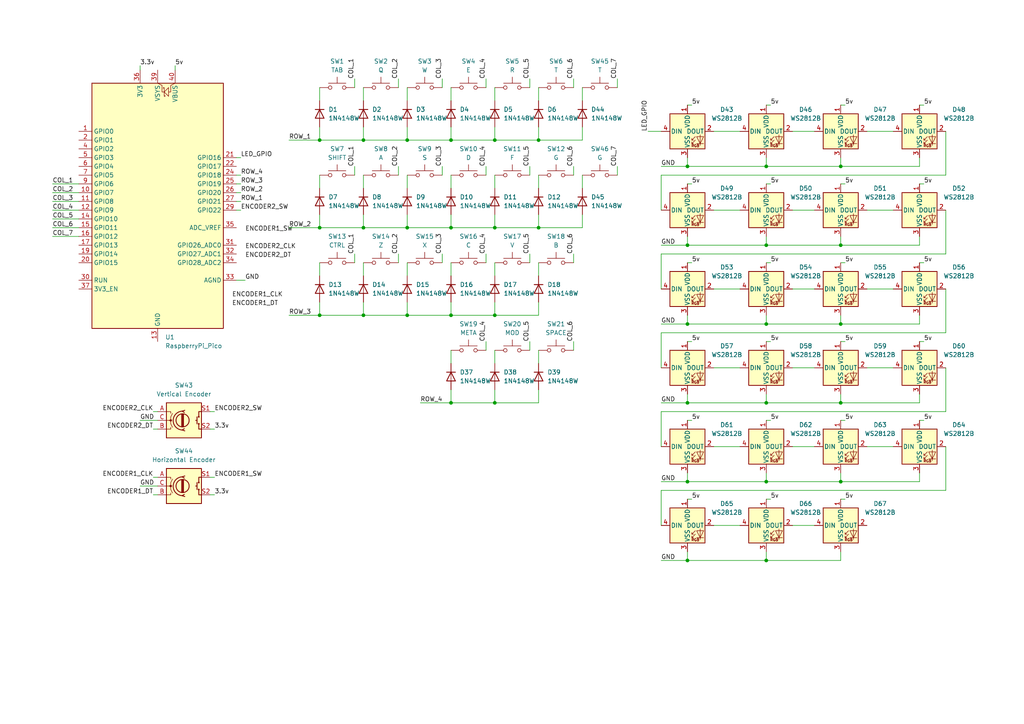
<source format=kicad_sch>
(kicad_sch (version 20231120) (generator "eeschema") (generator_version "8.0")
  (paper "A4")
  (title_block (title "travyboard left"))
  (lib_symbols
    (symbol "Device:RotaryEncoder_Switch" (pin_names (offset 0.254) hide)
      (property "Reference" "SW" (at 0 6.604 0))
      (property "Value" "RotaryEncoder_Switch" (at 0 -6.604 0))
      (symbol "RotaryEncoder_Switch_1_1"
        (pin passive line (at -7.62 2.54 0) (length 2.54) (name "A") (number "A"))
        (pin passive line (at -7.62 -2.54 0) (length 2.54) (name "B") (number "B"))
        (pin passive line (at -7.62 0 0) (length 2.54) (name "C") (number "C"))
        (pin passive line (at 7.62 2.54 180) (length 2.54) (name "S1") (number "S1"))
        (pin passive line (at 7.62 -2.54 180) (length 2.54) (name "S2") (number "S2"))
      )
    )
    (symbol "Diode:1N4148W" (pin_numbers hide) (pin_names hide)
      (property "Reference" "D" (at 0 2.54 0))
      (property "Value" "1N4148W" (at 0 -2.54 0))
      (symbol "1N4148W_1_1"
        (pin passive line (at -3.81 0 0) (length 2.54) (name "K") (number "1"))
        (pin passive line (at 3.81 0 180) (length 2.54) (name "A") (number "2"))
      )
    )
    (symbol "LED:WS2812B" (pin_names (offset 0.254))
      (property "Reference" "D" (at 5.08 5.715 0))
      (property "Value" "WS2812B" (at 1.27 -5.715 0))
      (symbol "WS2812B_0_0"
        (text "RGB" (at 2.286 -4.191 0) (effects (font (size 0.762 0.762))))
      )
      (symbol "WS2812B_1_1"
        (pin power_in line (at 0 7.62 270) (length 2.54) (name "VDD") (number "1"))
        (pin output line (at 7.62 0 180) (length 2.54) (name "DOUT") (number "2"))
        (pin power_in line (at 0 -7.62 90) (length 2.54) (name "VSS") (number "3"))
        (pin input line (at -7.62 0 0) (length 2.54) (name "DIN") (number "4"))
      )
    )
    (symbol "MCU_Module_RaspberryPi_Pico:RaspberryPi_Pico"
      (property "Reference" "U" (at -19.05 38.1 0))
      (property "Value" "RaspberryPi_Pico" (at 7.62 38.1 0))
      (symbol "RaspberryPi_Pico_1_1"
        (pin bidirectional line (at -22.86 22.86 0) (length 3.81) (name "GPIO0") (number "1"))
        (pin bidirectional line (at -22.86 5.08 0) (length 3.81) (name "GPIO7") (number "10"))
        (pin bidirectional line (at -22.86 2.54 0) (length 3.81) (name "GPIO8") (number "11"))
        (pin bidirectional line (at -22.86 0 0) (length 3.81) (name "GPIO9") (number "12"))
        (pin power_out line (at 0 -38.1 90) (length 3.81) (name "GND") (number "13"))
        (pin bidirectional line (at -22.86 -2.54 0) (length 3.81) (name "GPIO10") (number "14"))
        (pin bidirectional line (at -22.86 -5.08 0) (length 3.81) (name "GPIO11") (number "15"))
        (pin bidirectional line (at -22.86 -7.62 0) (length 3.81) (name "GPIO12") (number "16"))
        (pin bidirectional line (at -22.86 -10.16 0) (length 3.81) (name "GPIO13") (number "17"))
        (pin passive line (at 0 -38.1 90) (length 3.81) hide (name "GND") (number "18"))
        (pin bidirectional line (at -22.86 -12.7 0) (length 3.81) (name "GPIO14") (number "19"))
        (pin bidirectional line (at -22.86 20.32 0) (length 3.81) (name "GPIO1") (number "2"))
        (pin bidirectional line (at -22.86 -15.24 0) (length 3.81) (name "GPIO15") (number "20"))
        (pin bidirectional line (at 22.86 15.24 180) (length 3.81) (name "GPIO16") (number "21"))
        (pin bidirectional line (at 22.86 12.7 180) (length 3.81) (name "GPIO17") (number "22"))
        (pin passive line (at 0 -38.1 90) (length 3.81) hide (name "GND") (number "23"))
        (pin bidirectional line (at 22.86 10.16 180) (length 3.81) (name "GPIO18") (number "24"))
        (pin bidirectional line (at 22.86 7.62 180) (length 3.81) (name "GPIO19") (number "25"))
        (pin bidirectional line (at 22.86 5.08 180) (length 3.81) (name "GPIO20") (number "26"))
        (pin bidirectional line (at 22.86 2.54 180) (length 3.81) (name "GPIO21") (number "27"))
        (pin passive line (at 0 -38.1 90) (length 3.81) hide (name "GND") (number "28"))
        (pin bidirectional line (at 22.86 0 180) (length 3.81) (name "GPIO22") (number "29"))
        (pin passive line (at 0 -38.1 90) (length 3.81) hide (name "GND") (number "3"))
        (pin input line (at -22.86 -20.32 0) (length 3.81) (name "RUN") (number "30"))
        (pin bidirectional line (at 22.86 -10.16 180) (length 3.81) (name "GPIO26_ADC0") (number "31"))
        (pin bidirectional line (at 22.86 -12.7 180) (length 3.81) (name "GPIO27_ADC1") (number "32"))
        (pin power_in line (at 22.86 -20.32 180) (length 3.81) (name "AGND") (number "33"))
        (pin bidirectional line (at 22.86 -15.24 180) (length 3.81) (name "GPIO28_ADC2") (number "34"))
        (pin power_in line (at 22.86 -5.08 180) (length 3.81) (name "ADC_VREF") (number "35"))
        (pin power_out line (at -5.08 40.64 270) (length 3.81) (name "3V3") (number "36"))
        (pin input line (at -22.86 -22.86 0) (length 3.81) (name "3V3_EN") (number "37"))
        (pin passive line (at 0 -38.1 90) (length 3.81) hide (name "GND") (number "38"))
        (pin power_in line (at 0 40.64 270) (length 3.81) (name "VSYS") (number "39"))
        (pin bidirectional line (at -22.86 17.78 0) (length 3.81) (name "GPIO2") (number "4"))
        (pin power_out line (at 5.08 40.64 270) (length 3.81) (name "VBUS") (number "40"))
        (pin bidirectional line (at -22.86 15.24 0) (length 3.81) (name "GPIO3") (number "5"))
        (pin bidirectional line (at -22.86 12.7 0) (length 3.81) (name "GPIO4") (number "6"))
        (pin bidirectional line (at -22.86 10.16 0) (length 3.81) (name "GPIO5") (number "7"))
        (pin passive line (at 0 -38.1 90) (length 3.81) hide (name "GND") (number "8"))
        (pin bidirectional line (at -22.86 7.62 0) (length 3.81) (name "GPIO6") (number "9"))
      )
    )
    (symbol "Switch:SW_Push" (pin_numbers hide) (pin_names (offset 1.016) hide)
      (property "Reference" "SW" (at 1.27 2.54 0))
      (property "Value" "SW_Push" (at 0 -1.524 0))
      (symbol "SW_Push_0_1"
        (pin passive line (at -5.08 0 0) (length 2.54) (name "1") (number "1"))
        (pin passive line (at 5.08 0 180) (length 2.54) (name "2") (number "2"))
      )
    )
  )
  (junction (at 222.25 162.56))
  (junction (at 118.11 40.64))
  (junction (at 222.25 48.26))
  (junction (at 143.51 66.04))
  (junction (at 118.11 66.04))
  (junction (at 199.39 162.56))
  (junction (at 105.41 66.04))
  (junction (at 222.25 116.84))
  (junction (at 199.39 93.98))
  (junction (at 130.81 66.04))
  (junction (at 156.21 66.04))
  (junction (at 118.11 91.44))
  (junction (at 92.71 40.64))
  (junction (at 199.39 71.12))
  (junction (at 130.81 40.64))
  (junction (at 243.84 48.26))
  (junction (at 105.41 40.64))
  (junction (at 243.84 71.12))
  (junction (at 222.25 139.7))
  (junction (at 92.71 66.04))
  (junction (at 156.21 40.64))
  (junction (at 92.71 91.44))
  (junction (at 105.41 91.44))
  (junction (at 199.39 116.84))
  (junction (at 222.25 93.98))
  (junction (at 130.81 116.84))
  (junction (at 222.25 71.12))
  (junction (at 243.84 116.84))
  (junction (at 143.51 40.64))
  (junction (at 243.84 139.7))
  (junction (at 130.81 91.44))
  (junction (at 199.39 48.26))
  (junction (at 143.51 116.84))
  (junction (at 243.84 93.98))
  (junction (at 199.39 139.7))
  (junction (at 143.51 91.44))
  (wire (pts (xy 92.71 76.2) (xy 92.71 80.01)))
  (wire (pts (xy 105.41 50.8) (xy 105.41 54.61)))
  (wire (pts (xy 179.07 22.86) (xy 179.07 25.4)))
  (wire (pts (xy 229.87 106.68) (xy 236.22 106.68)))
  (wire (pts (xy 168.91 62.23) (xy 168.91 66.04)))
  (wire (pts (xy 105.41 87.63) (xy 105.41 91.44)))
  (wire (pts (xy 15.24 68.58) (xy 22.86 68.58)))
  (wire (pts (xy 243.84 71.12) (xy 266.7 71.12)))
  (wire (pts (xy 105.41 62.23) (xy 105.41 66.04)))
  (wire (pts (xy 168.91 25.4) (xy 168.91 29.21)))
  (wire (pts (xy 267.97 121.92) (xy 266.7 121.92)))
  (wire (pts (xy 50.8 19.05) (xy 50.8 20.32)))
  (wire (pts (xy 251.46 83.82) (xy 259.08 83.82)))
  (wire (pts (xy 44.45 143.51) (xy 45.72 143.51)))
  (wire (pts (xy 243.84 93.98) (xy 266.7 93.98)))
  (wire (pts (xy 207.01 152.4) (xy 214.63 152.4)))
  (wire (pts (xy 191.77 142.24) (xy 191.77 152.4)))
  (wire (pts (xy 243.84 48.26) (xy 243.84 45.72)))
  (wire (pts (xy 153.67 22.86) (xy 153.67 25.4)))
  (wire (pts (xy 251.46 129.54) (xy 259.08 129.54)))
  (wire (pts (xy 130.81 87.63) (xy 130.81 91.44)))
  (wire (pts (xy 105.41 66.04) (xy 118.11 66.04)))
  (wire (pts (xy 222.25 137.16) (xy 222.25 139.7)))
  (wire (pts (xy 199.39 116.84) (xy 222.25 116.84)))
  (wire (pts (xy 118.11 91.44) (xy 130.81 91.44)))
  (wire (pts (xy 222.25 45.72) (xy 222.25 48.26)))
  (wire (pts (xy 44.45 138.43) (xy 45.72 138.43)))
  (wire (pts (xy 118.11 50.8) (xy 118.11 54.61)))
  (wire (pts (xy 199.39 48.26) (xy 199.39 45.72)))
  (wire (pts (xy 243.84 71.12) (xy 243.84 68.58)))
  (wire (pts (xy 223.52 76.2) (xy 222.25 76.2)))
  (wire (pts (xy 245.11 121.92) (xy 243.84 121.92)))
  (wire (pts (xy 130.81 25.4) (xy 130.81 29.21)))
  (wire (pts (xy 199.39 93.98) (xy 199.39 91.44)))
  (wire (pts (xy 118.11 25.4) (xy 118.11 29.21)))
  (wire (pts (xy 105.41 25.4) (xy 105.41 29.21)))
  (wire (pts (xy 274.32 73.66) (xy 191.77 73.66)))
  (wire (pts (xy 207.01 38.1) (xy 214.63 38.1)))
  (wire (pts (xy 60.96 124.46) (xy 62.23 124.46)))
  (wire (pts (xy 130.81 50.8) (xy 130.81 54.61)))
  (wire (pts (xy 68.58 58.42) (xy 69.85 58.42)))
  (wire (pts (xy 223.52 99.06) (xy 222.25 99.06)))
  (wire (pts (xy 199.39 162.56) (xy 222.25 162.56)))
  (wire (pts (xy 207.01 83.82) (xy 214.63 83.82)))
  (wire (pts (xy 68.58 50.8) (xy 69.85 50.8)))
  (wire (pts (xy 130.81 101.6) (xy 130.81 105.41)))
  (wire (pts (xy 274.32 38.1) (xy 274.32 50.8)))
  (wire (pts (xy 130.81 66.04) (xy 143.51 66.04)))
  (wire (pts (xy 44.45 124.46) (xy 45.72 124.46)))
  (wire (pts (xy 199.39 116.84) (xy 199.39 114.3)))
  (wire (pts (xy 267.97 99.06) (xy 266.7 99.06)))
  (wire (pts (xy 153.67 73.66) (xy 153.67 76.2)))
  (wire (pts (xy 143.51 40.64) (xy 156.21 40.64)))
  (wire (pts (xy 143.51 113.03) (xy 143.51 116.84)))
  (wire (pts (xy 92.71 50.8) (xy 92.71 54.61)))
  (wire (pts (xy 156.21 25.4) (xy 156.21 29.21)))
  (wire (pts (xy 245.11 30.48) (xy 243.84 30.48)))
  (wire (pts (xy 191.77 116.84) (xy 199.39 116.84)))
  (wire (pts (xy 143.51 25.4) (xy 143.51 29.21)))
  (wire (pts (xy 229.87 129.54) (xy 236.22 129.54)))
  (wire (pts (xy 223.52 53.34) (xy 222.25 53.34)))
  (wire (pts (xy 60.96 143.51) (xy 62.23 143.51)))
  (wire (pts (xy 191.77 48.26) (xy 199.39 48.26)))
  (wire (pts (xy 115.57 22.86) (xy 115.57 25.4)))
  (wire (pts (xy 92.71 36.83) (xy 92.71 40.64)))
  (wire (pts (xy 266.7 114.3) (xy 266.7 116.84)))
  (wire (pts (xy 68.58 60.96) (xy 69.85 60.96)))
  (wire (pts (xy 83.82 40.64) (xy 92.71 40.64)))
  (wire (pts (xy 200.66 121.92) (xy 199.39 121.92)))
  (wire (pts (xy 130.81 91.44) (xy 143.51 91.44)))
  (wire (pts (xy 207.01 129.54) (xy 214.63 129.54)))
  (wire (pts (xy 105.41 76.2) (xy 105.41 80.01)))
  (wire (pts (xy 187.96 38.1) (xy 191.77 38.1)))
  (wire (pts (xy 140.97 22.86) (xy 140.97 25.4)))
  (wire (pts (xy 168.91 36.83) (xy 168.91 40.64)))
  (wire (pts (xy 274.32 50.8) (xy 191.77 50.8)))
  (wire (pts (xy 143.51 87.63) (xy 143.51 91.44)))
  (wire (pts (xy 140.97 73.66) (xy 140.97 76.2)))
  (wire (pts (xy 92.71 87.63) (xy 92.71 91.44)))
  (wire (pts (xy 68.58 45.72) (xy 69.85 45.72)))
  (wire (pts (xy 222.25 91.44) (xy 222.25 93.98)))
  (wire (pts (xy 156.21 116.84) (xy 156.21 113.03)))
  (wire (pts (xy 191.77 50.8) (xy 191.77 60.96)))
  (wire (pts (xy 118.11 76.2) (xy 118.11 80.01)))
  (wire (pts (xy 118.11 36.83) (xy 118.11 40.64)))
  (wire (pts (xy 156.21 50.8) (xy 156.21 54.61)))
  (wire (pts (xy 143.51 66.04) (xy 156.21 66.04)))
  (wire (pts (xy 199.39 139.7) (xy 199.39 137.16)))
  (wire (pts (xy 156.21 101.6) (xy 156.21 105.41)))
  (wire (pts (xy 68.58 81.28) (xy 71.12 81.28)))
  (wire (pts (xy 40.64 140.97) (xy 45.72 140.97)))
  (wire (pts (xy 92.71 66.04) (xy 105.41 66.04)))
  (wire (pts (xy 199.39 139.7) (xy 222.25 139.7)))
  (wire (pts (xy 223.52 121.92) (xy 222.25 121.92)))
  (wire (pts (xy 222.25 48.26) (xy 243.84 48.26)))
  (wire (pts (xy 68.58 53.34) (xy 69.85 53.34)))
  (wire (pts (xy 118.11 87.63) (xy 118.11 91.44)))
  (wire (pts (xy 229.87 60.96) (xy 236.22 60.96)))
  (wire (pts (xy 191.77 139.7) (xy 199.39 139.7)))
  (wire (pts (xy 222.25 114.3) (xy 222.25 116.84)))
  (wire (pts (xy 40.64 121.92) (xy 45.72 121.92)))
  (wire (pts (xy 15.24 63.5) (xy 22.86 63.5)))
  (wire (pts (xy 274.32 106.68) (xy 274.32 119.38)))
  (wire (pts (xy 15.24 66.04) (xy 22.86 66.04)))
  (wire (pts (xy 245.11 76.2) (xy 243.84 76.2)))
  (wire (pts (xy 153.67 99.06) (xy 153.67 101.6)))
  (wire (pts (xy 143.51 50.8) (xy 143.51 54.61)))
  (wire (pts (xy 199.39 162.56) (xy 199.39 160.02)))
  (wire (pts (xy 156.21 62.23) (xy 156.21 66.04)))
  (wire (pts (xy 191.77 96.52) (xy 191.77 106.68)))
  (wire (pts (xy 251.46 38.1) (xy 259.08 38.1)))
  (wire (pts (xy 274.32 129.54) (xy 274.32 142.24)))
  (wire (pts (xy 245.11 99.06) (xy 243.84 99.06)))
  (wire (pts (xy 115.57 73.66) (xy 115.57 76.2)))
  (wire (pts (xy 143.51 116.84) (xy 156.21 116.84)))
  (wire (pts (xy 15.24 55.88) (xy 22.86 55.88)))
  (wire (pts (xy 156.21 36.83) (xy 156.21 40.64)))
  (wire (pts (xy 266.7 137.16) (xy 266.7 139.7)))
  (wire (pts (xy 274.32 119.38) (xy 191.77 119.38)))
  (wire (pts (xy 156.21 40.64) (xy 168.91 40.64)))
  (wire (pts (xy 245.11 53.34) (xy 243.84 53.34)))
  (wire (pts (xy 68.58 55.88) (xy 69.85 55.88)))
  (wire (pts (xy 222.25 160.02) (xy 222.25 162.56)))
  (wire (pts (xy 243.84 139.7) (xy 243.84 137.16)))
  (wire (pts (xy 243.84 116.84) (xy 266.7 116.84)))
  (wire (pts (xy 92.71 91.44) (xy 105.41 91.44)))
  (wire (pts (xy 274.32 96.52) (xy 191.77 96.52)))
  (wire (pts (xy 223.52 30.48) (xy 222.25 30.48)))
  (wire (pts (xy 105.41 40.64) (xy 118.11 40.64)))
  (wire (pts (xy 128.27 73.66) (xy 128.27 76.2)))
  (wire (pts (xy 200.66 76.2) (xy 199.39 76.2)))
  (wire (pts (xy 102.87 48.26) (xy 102.87 50.8)))
  (wire (pts (xy 266.7 91.44) (xy 266.7 93.98)))
  (wire (pts (xy 83.82 66.04) (xy 92.71 66.04)))
  (wire (pts (xy 143.51 101.6) (xy 143.51 105.41)))
  (wire (pts (xy 168.91 50.8) (xy 168.91 54.61)))
  (wire (pts (xy 92.71 62.23) (xy 92.71 66.04)))
  (wire (pts (xy 130.81 36.83) (xy 130.81 40.64)))
  (wire (pts (xy 191.77 71.12) (xy 199.39 71.12)))
  (wire (pts (xy 207.01 60.96) (xy 214.63 60.96)))
  (wire (pts (xy 200.66 144.78) (xy 199.39 144.78)))
  (wire (pts (xy 128.27 48.26) (xy 128.27 50.8)))
  (wire (pts (xy 251.46 60.96) (xy 259.08 60.96)))
  (wire (pts (xy 15.24 58.42) (xy 22.86 58.42)))
  (wire (pts (xy 128.27 22.86) (xy 128.27 25.4)))
  (wire (pts (xy 199.39 48.26) (xy 222.25 48.26)))
  (wire (pts (xy 115.57 48.26) (xy 115.57 50.8)))
  (wire (pts (xy 191.77 162.56) (xy 199.39 162.56)))
  (wire (pts (xy 274.32 83.82) (xy 274.32 96.52)))
  (wire (pts (xy 191.77 73.66) (xy 191.77 83.82)))
  (wire (pts (xy 179.07 48.26) (xy 179.07 50.8)))
  (wire (pts (xy 229.87 38.1) (xy 236.22 38.1)))
  (wire (pts (xy 243.84 162.56) (xy 243.84 160.02)))
  (wire (pts (xy 83.82 91.44) (xy 92.71 91.44)))
  (wire (pts (xy 222.25 139.7) (xy 243.84 139.7)))
  (wire (pts (xy 222.25 68.58) (xy 222.25 71.12)))
  (wire (pts (xy 15.24 60.96) (xy 22.86 60.96)))
  (wire (pts (xy 166.37 73.66) (xy 166.37 76.2)))
  (wire (pts (xy 60.96 119.38) (xy 62.23 119.38)))
  (wire (pts (xy 105.41 91.44) (xy 118.11 91.44)))
  (wire (pts (xy 199.39 71.12) (xy 199.39 68.58)))
  (wire (pts (xy 243.84 139.7) (xy 266.7 139.7)))
  (wire (pts (xy 191.77 119.38) (xy 191.77 129.54)))
  (wire (pts (xy 153.67 48.26) (xy 153.67 50.8)))
  (wire (pts (xy 156.21 66.04) (xy 168.91 66.04)))
  (wire (pts (xy 274.32 60.96) (xy 274.32 73.66)))
  (wire (pts (xy 266.7 45.72) (xy 266.7 48.26)))
  (wire (pts (xy 200.66 99.06) (xy 199.39 99.06)))
  (wire (pts (xy 140.97 99.06) (xy 140.97 101.6)))
  (wire (pts (xy 243.84 116.84) (xy 243.84 114.3)))
  (wire (pts (xy 267.97 30.48) (xy 266.7 30.48)))
  (wire (pts (xy 207.01 106.68) (xy 214.63 106.68)))
  (wire (pts (xy 102.87 22.86) (xy 102.87 25.4)))
  (wire (pts (xy 229.87 83.82) (xy 236.22 83.82)))
  (wire (pts (xy 143.51 76.2) (xy 143.51 80.01)))
  (wire (pts (xy 222.25 71.12) (xy 243.84 71.12)))
  (wire (pts (xy 229.87 152.4) (xy 236.22 152.4)))
  (wire (pts (xy 191.77 93.98) (xy 199.39 93.98)))
  (wire (pts (xy 105.41 36.83) (xy 105.41 40.64)))
  (wire (pts (xy 251.46 106.68) (xy 259.08 106.68)))
  (wire (pts (xy 200.66 53.34) (xy 199.39 53.34)))
  (wire (pts (xy 60.96 138.43) (xy 62.23 138.43)))
  (wire (pts (xy 274.32 142.24) (xy 191.77 142.24)))
  (wire (pts (xy 143.51 91.44) (xy 156.21 91.44)))
  (wire (pts (xy 199.39 93.98) (xy 222.25 93.98)))
  (wire (pts (xy 130.81 40.64) (xy 143.51 40.64)))
  (wire (pts (xy 243.84 93.98) (xy 243.84 91.44)))
  (wire (pts (xy 199.39 71.12) (xy 222.25 71.12)))
  (wire (pts (xy 143.51 62.23) (xy 143.51 66.04)))
  (wire (pts (xy 102.87 73.66) (xy 102.87 76.2)))
  (wire (pts (xy 245.11 144.78) (xy 243.84 144.78)))
  (wire (pts (xy 92.71 25.4) (xy 92.71 29.21)))
  (wire (pts (xy 166.37 22.86) (xy 166.37 25.4)))
  (wire (pts (xy 121.92 116.84) (xy 130.81 116.84)))
  (wire (pts (xy 130.81 116.84) (xy 143.51 116.84)))
  (wire (pts (xy 222.25 116.84) (xy 243.84 116.84)))
  (wire (pts (xy 130.81 113.03) (xy 130.81 116.84)))
  (wire (pts (xy 15.24 53.34) (xy 22.86 53.34)))
  (wire (pts (xy 266.7 68.58) (xy 266.7 71.12)))
  (wire (pts (xy 200.66 30.48) (xy 199.39 30.48)))
  (wire (pts (xy 118.11 62.23) (xy 118.11 66.04)))
  (wire (pts (xy 40.64 19.05) (xy 40.64 20.32)))
  (wire (pts (xy 130.81 76.2) (xy 130.81 80.01)))
  (wire (pts (xy 166.37 48.26) (xy 166.37 50.8)))
  (wire (pts (xy 222.25 162.56) (xy 243.84 162.56)))
  (wire (pts (xy 222.25 93.98) (xy 243.84 93.98)))
  (wire (pts (xy 267.97 53.34) (xy 266.7 53.34)))
  (wire (pts (xy 140.97 48.26) (xy 140.97 50.8)))
  (wire (pts (xy 118.11 40.64) (xy 130.81 40.64)))
  (wire (pts (xy 156.21 76.2) (xy 156.21 80.01)))
  (wire (pts (xy 243.84 48.26) (xy 266.7 48.26)))
  (wire (pts (xy 92.71 40.64) (xy 105.41 40.64)))
  (wire (pts (xy 130.81 62.23) (xy 130.81 66.04)))
  (wire (pts (xy 156.21 87.63) (xy 156.21 91.44)))
  (wire (pts (xy 44.45 119.38) (xy 45.72 119.38)))
  (wire (pts (xy 118.11 66.04) (xy 130.81 66.04)))
  (wire (pts (xy 143.51 36.83) (xy 143.51 40.64)))
  (wire (pts (xy 267.97 76.2) (xy 266.7 76.2)))
  (wire (pts (xy 223.52 144.78) (xy 222.25 144.78)))
  (wire (pts (xy 166.37 99.06) (xy 166.37 101.6)))
  (label "COL_4" (at 140.97 99.06 90))
  (label "5v" (at 245.11 53.34 0))
  (label "ROW_1" (at 69.85 58.42 0))
  (label "COL_1" (at 15.24 53.34 0))
  (label "ROW_3" (at 69.85 53.34 0))
  (label "ENCODER1_SW" (at 71.12 67.31 0))
  (label "COL_2" (at 15.24 55.88 0))
  (label "3.3v" (at 62.23 143.51 0))
  (label "3.3v" (at 62.23 124.46 0))
  (label "COL_2" (at 115.57 48.26 90))
  (label "GND" (at 40.64 140.97 0))
  (label "ENCODER2_CLK" (at 71.12 72.39 0))
  (label "5v" (at 245.11 144.78 0))
  (label "GND" (at 191.77 116.84 0))
  (label "ENCODER1_DT" (at 44.45 143.51 180))
  (label "ENCODER1_CLK" (at 67.31 86.36 0))
  (label "GND" (at 191.77 48.26 0))
  (label "COL_7" (at 179.07 48.26 90))
  (label "COL_5" (at 153.67 73.66 90))
  (label "COL_1" (at 102.87 48.26 90))
  (label "5v" (at 200.66 121.92 0))
  (label "GND" (at 191.77 162.56 0))
  (label "ENCODER2_DT" (at 44.45 124.46 180))
  (label "COL_4" (at 140.97 73.66 90))
  (label "COL_2" (at 115.57 22.86 90))
  (label "5v" (at 223.52 30.48 0))
  (label "COL_6" (at 15.24 66.04 0))
  (label "ENCODER1_DT" (at 67.31 88.9 0))
  (label "COL_6" (at 166.37 22.86 90))
  (label "GND" (at 191.77 139.7 0))
  (label "ROW_1" (at 83.82 40.64 0))
  (label "5v" (at 245.11 99.06 0))
  (label "5v" (at 267.97 53.34 0))
  (label "ROW_4" (at 69.85 50.8 0))
  (label "5v" (at 200.66 99.06 0))
  (label "ROW_2" (at 83.82 66.04 0))
  (label "COL_5" (at 153.67 99.06 90))
  (label "COL_3" (at 128.27 48.26 90))
  (label "5v" (at 200.66 53.34 0))
  (label "COL_6" (at 166.37 73.66 90))
  (label "COL_3" (at 15.24 58.42 0))
  (label "5v" (at 245.11 121.92 0))
  (label "COL_6" (at 166.37 48.26 90))
  (label "ROW_3" (at 83.82 91.44 0))
  (label "5v" (at 200.66 30.48 0))
  (label "COL_4" (at 140.97 22.86 90))
  (label "5v" (at 267.97 76.2 0))
  (label "COL_4" (at 15.24 60.96 0))
  (label "5v" (at 200.66 76.2 0))
  (label "5v" (at 223.52 53.34 0))
  (label "5v" (at 223.52 76.2 0))
  (label "ENCODER1_CLK" (at 44.45 138.43 180))
  (label "ROW_2" (at 69.85 55.88 0))
  (label "COL_7" (at 15.24 68.58 0))
  (label "5v" (at 245.11 30.48 0))
  (label "GND" (at 191.77 71.12 0))
  (label "LED_GPIO" (at 187.96 38.1 90))
  (label "ROW_4" (at 121.92 116.84 0))
  (label "ENCODER2_CLK" (at 44.45 119.38 180))
  (label "3.3v" (at 40.64 19.05 0))
  (label "COL_4" (at 140.97 48.26 90))
  (label "5v" (at 267.97 121.92 0))
  (label "ENCODER2_SW" (at 62.23 119.38 0))
  (label "COL_1" (at 102.87 22.86 90))
  (label "COL_5" (at 15.24 63.5 0))
  (label "LED_GPIO" (at 69.85 45.72 0))
  (label "COL_1" (at 102.87 73.66 90))
  (label "COL_7" (at 179.07 22.86 90))
  (label "GND" (at 40.64 121.92 0))
  (label "ENCODER2_SW" (at 69.85 60.96 0))
  (label "GND" (at 71.12 81.28 0))
  (label "5v" (at 267.97 30.48 0))
  (label "COL_3" (at 128.27 22.86 90))
  (label "5v" (at 223.52 99.06 0))
  (label "COL_6" (at 166.37 99.06 90))
  (label "5v" (at 200.66 144.78 0))
  (label "5v" (at 267.97 99.06 0))
  (label "COL_5" (at 153.67 22.86 90))
  (label "COL_3" (at 128.27 73.66 90))
  (label "5v" (at 223.52 121.92 0))
  (label "ENCODER2_DT" (at 71.12 74.93 0))
  (label "5v" (at 223.52 144.78 0))
  (label "5v" (at 245.11 76.2 0))
  (label "ENCODER1_SW" (at 62.23 138.43 0))
  (label "GND" (at 191.77 93.98 0))
  (label "5v" (at 50.8 19.05 0))
  (label "COL_5" (at 153.67 48.26 90))
  (label "COL_2" (at 115.57 73.66 90))
  (symbol (lib_id "LED:WS2812B") (at 243.84 60.96 0) (unit 1)
    (property "Reference" "D51" (at 255.27 54.6414 0))
    (property "Value" "WS2812B" (at 255.27 57.1814 0))
    (property "Footprint" "LED_SMD:LED_WS2812B_PLCC4_5.0x5.0mm_P3.2mm" (effects (hide yes)))
    (property "Datasheet" "https://cdn-shop.adafruit.com/datasheets/WS2812B.pdf" (effects (hide yes)))
    (property "Description" "RGB LED with integrated controller" (effects (hide yes)))
  )
  (symbol (lib_id "LED:WS2812B") (at 222.25 38.1 0) (unit 1)
    (property "Reference" "D46" (at 233.68 31.7814 0))
    (property "Value" "WS2812B" (at 233.68 34.3214 0))
    (property "Footprint" "LED_SMD:LED_WS2812B_PLCC4_5.0x5.0mm_P3.2mm" (effects (hide yes)))
    (property "Datasheet" "https://cdn-shop.adafruit.com/datasheets/WS2812B.pdf" (effects (hide yes)))
    (property "Description" "RGB LED with integrated controller" (effects (hide yes)))
  )
  (symbol (lib_id "LED:WS2812B") (at 266.7 60.96 0) (unit 1)
    (property "Reference" "D52" (at 278.13 54.6414 0))
    (property "Value" "WS2812B" (at 278.13 57.1814 0))
    (property "Footprint" "LED_SMD:LED_WS2812B_PLCC4_5.0x5.0mm_P3.2mm" (effects (hide yes)))
    (property "Datasheet" "https://cdn-shop.adafruit.com/datasheets/WS2812B.pdf" (effects (hide yes)))
    (property "Description" "RGB LED with integrated controller" (effects (hide yes)))
  )
  (symbol (lib_id "LED:WS2812B") (at 266.7 38.1 0) (unit 1)
    (property "Reference" "D48" (at 278.13 31.7814 0))
    (property "Value" "WS2812B" (at 278.13 34.3214 0))
    (property "Footprint" "LED_SMD:LED_WS2812B_PLCC4_5.0x5.0mm_P3.2mm" (effects (hide yes)))
    (property "Datasheet" "https://cdn-shop.adafruit.com/datasheets/WS2812B.pdf" (effects (hide yes)))
    (property "Description" "RGB LED with integrated controller" (effects (hide yes)))
  )
  (symbol (lib_id "Diode:1N4148W") (at 130.81 58.42 270) (unit 1)
    (property "Reference" "D10" (at 133.35 57.1499 90) (effects (justify left)))
    (property "Value" "1N4148W" (at 133.35 59.6899 90) (effects (justify left)))
    (property "Footprint" "Diode_SMD:D_SOD-123" (effects (hide yes)))
    (property "Datasheet" "https://www.vishay.com/docs/85748/1n4148w.pdf" (effects (hide yes)))
    (property "Description" "75V 0.15A Fast Switching Diode, SOD-123" (effects (hide yes)))
    (property "Sim.Device" "D" (effects (hide yes)))
    (property "Sim.Pins" "1=K 2=A" (effects (hide yes)))
  )
  (symbol (lib_id "Switch:SW_Push") (at 123.19 25.4 0) (unit 1)
    (property "Reference" "SW3" (at 123.19 17.78 0))
    (property "Value" "W" (at 123.19 20.32 0))
    (property "Footprint" "kbd:CherryMX_Hotswap" (effects (hide yes)))
    (property "Description" "Push button switch, generic, two pins" (effects (hide yes)))
  )
  (symbol (lib_id "Diode:1N4148W") (at 130.81 33.02 270) (unit 1)
    (property "Reference" "D4" (at 133.35 31.7499 90) (effects (justify left)))
    (property "Value" "1N4148W" (at 133.35 34.2899 90) (effects (justify left)))
    (property "Footprint" "Diode_SMD:D_SOD-123" (effects (hide yes)))
    (property "Datasheet" "https://www.vishay.com/docs/85748/1n4148w.pdf" (effects (hide yes)))
    (property "Description" "75V 0.15A Fast Switching Diode, SOD-123" (effects (hide yes)))
    (property "Sim.Device" "D" (effects (hide yes)))
    (property "Sim.Pins" "1=K 2=A" (effects (hide yes)))
  )
  (symbol (lib_id "LED:WS2812B") (at 243.84 129.54 0) (unit 1)
    (property "Reference" "D63" (at 255.27 123.2214 0))
    (property "Value" "WS2812B" (at 255.27 125.7614 0))
    (property "Footprint" "LED_SMD:LED_WS2812B_PLCC4_5.0x5.0mm_P3.2mm" (effects (hide yes)))
    (property "Datasheet" "https://cdn-shop.adafruit.com/datasheets/WS2812B.pdf" (effects (hide yes)))
    (property "Description" "RGB LED with integrated controller" (effects (hide yes)))
  )
  (symbol (lib_id "Switch:SW_Push") (at 148.59 76.2 0) (unit 1)
    (property "Reference" "SW17" (at 148.59 68.58 0))
    (property "Value" "V" (at 148.59 71.12 0))
    (property "Footprint" "kbd:CherryMX_Hotswap" (effects (hide yes)))
    (property "Description" "Push button switch, generic, two pins" (effects (hide yes)))
  )
  (symbol (lib_id "Diode:1N4148W") (at 92.71 33.02 270) (unit 1)
    (property "Reference" "D1" (at 95.25 31.7499 90) (effects (justify left)))
    (property "Value" "1N4148W" (at 95.25 34.2899 90) (effects (justify left)))
    (property "Footprint" "Diode_SMD:D_SOD-123" (effects (hide yes)))
    (property "Datasheet" "https://www.vishay.com/docs/85748/1n4148w.pdf" (effects (hide yes)))
    (property "Description" "75V 0.15A Fast Switching Diode, SOD-123" (effects (hide yes)))
    (property "Sim.Device" "D" (effects (hide yes)))
    (property "Sim.Pins" "1=K 2=A" (effects (hide yes)))
  )
  (symbol (lib_id "Diode:1N4148W") (at 156.21 83.82 270) (unit 1)
    (property "Reference" "D18" (at 158.75 82.5499 90) (effects (justify left)))
    (property "Value" "1N4148W" (at 158.75 85.0899 90) (effects (justify left)))
    (property "Footprint" "Diode_SMD:D_SOD-123" (effects (hide yes)))
    (property "Datasheet" "https://www.vishay.com/docs/85748/1n4148w.pdf" (effects (hide yes)))
    (property "Description" "75V 0.15A Fast Switching Diode, SOD-123" (effects (hide yes)))
    (property "Sim.Device" "D" (effects (hide yes)))
    (property "Sim.Pins" "1=K 2=A" (effects (hide yes)))
  )
  (symbol (lib_id "Switch:SW_Push") (at 161.29 25.4 0) (unit 1)
    (property "Reference" "SW6" (at 161.29 17.78 0))
    (property "Value" "T" (at 161.29 20.32 0))
    (property "Footprint" "kbd:CherryMX_Hotswap" (effects (hide yes)))
    (property "Description" "Push button switch, generic, two pins" (effects (hide yes)))
  )
  (symbol (lib_id "Diode:1N4148W") (at 156.21 33.02 270) (unit 1)
    (property "Reference" "D6" (at 158.75 31.7499 90) (effects (justify left)))
    (property "Value" "1N4148W" (at 158.75 34.2899 90) (effects (justify left)))
    (property "Footprint" "Diode_SMD:D_SOD-123" (effects (hide yes)))
    (property "Datasheet" "https://www.vishay.com/docs/85748/1n4148w.pdf" (effects (hide yes)))
    (property "Description" "75V 0.15A Fast Switching Diode, SOD-123" (effects (hide yes)))
    (property "Sim.Device" "D" (effects (hide yes)))
    (property "Sim.Pins" "1=K 2=A" (effects (hide yes)))
  )
  (symbol (lib_id "LED:WS2812B") (at 222.25 83.82 0) (unit 1)
    (property "Reference" "D54" (at 233.68 77.5014 0))
    (property "Value" "WS2812B" (at 233.68 80.0414 0))
    (property "Footprint" "LED_SMD:LED_WS2812B_PLCC4_5.0x5.0mm_P3.2mm" (effects (hide yes)))
    (property "Datasheet" "https://cdn-shop.adafruit.com/datasheets/WS2812B.pdf" (effects (hide yes)))
    (property "Description" "RGB LED with integrated controller" (effects (hide yes)))
  )
  (symbol (lib_id "Diode:1N4148W") (at 105.41 58.42 270) (unit 1)
    (property "Reference" "D8" (at 107.95 57.1499 90) (effects (justify left)))
    (property "Value" "1N4148W" (at 107.95 59.6899 90) (effects (justify left)))
    (property "Footprint" "Diode_SMD:D_SOD-123" (effects (hide yes)))
    (property "Datasheet" "https://www.vishay.com/docs/85748/1n4148w.pdf" (effects (hide yes)))
    (property "Description" "75V 0.15A Fast Switching Diode, SOD-123" (effects (hide yes)))
    (property "Sim.Device" "D" (effects (hide yes)))
    (property "Sim.Pins" "1=K 2=A" (effects (hide yes)))
  )
  (symbol (lib_id "Switch:SW_Push") (at 173.99 25.4 0) (unit 1)
    (property "Reference" "SW45" (at 173.99 17.78 0))
    (property "Value" "T" (at 173.99 20.32 0))
    (property "Footprint" "kbd:CherryMX_Hotswap" (effects (hide yes)))
    (property "Description" "Push button switch, generic, two pins" (effects (hide yes)))
  )
  (symbol (lib_id "LED:WS2812B") (at 266.7 83.82 0) (unit 1)
    (property "Reference" "D56" (at 278.13 77.5014 0))
    (property "Value" "WS2812B" (at 278.13 80.0414 0))
    (property "Footprint" "LED_SMD:LED_WS2812B_PLCC4_5.0x5.0mm_P3.2mm" (effects (hide yes)))
    (property "Datasheet" "https://cdn-shop.adafruit.com/datasheets/WS2812B.pdf" (effects (hide yes)))
    (property "Description" "RGB LED with integrated controller" (effects (hide yes)))
  )
  (symbol (lib_id "Diode:1N4148W") (at 92.71 83.82 270) (unit 1)
    (property "Reference" "D13" (at 95.25 82.5499 90) (effects (justify left)))
    (property "Value" "1N4148W" (at 95.25 85.0899 90) (effects (justify left)))
    (property "Footprint" "Diode_SMD:D_SOD-123" (effects (hide yes)))
    (property "Datasheet" "https://www.vishay.com/docs/85748/1n4148w.pdf" (effects (hide yes)))
    (property "Description" "75V 0.15A Fast Switching Diode, SOD-123" (effects (hide yes)))
    (property "Sim.Device" "D" (effects (hide yes)))
    (property "Sim.Pins" "1=K 2=A" (effects (hide yes)))
  )
  (symbol (lib_id "Switch:SW_Push") (at 110.49 25.4 0) (unit 1)
    (property "Reference" "SW2" (at 110.49 17.78 0))
    (property "Value" "Q" (at 110.49 20.32 0))
    (property "Footprint" "kbd:CherryMX_Hotswap" (effects (hide yes)))
    (property "Description" "Push button switch, generic, two pins" (effects (hide yes)))
  )
  (symbol (lib_id "Diode:1N4148W") (at 143.51 109.22 270) (unit 1)
    (property "Reference" "D38" (at 146.05 107.9499 90) (effects (justify left)))
    (property "Value" "1N4148W" (at 146.05 110.4899 90) (effects (justify left)))
    (property "Footprint" "Diode_SMD:D_SOD-123" (effects (hide yes)))
    (property "Datasheet" "https://www.vishay.com/docs/85748/1n4148w.pdf" (effects (hide yes)))
    (property "Description" "75V 0.15A Fast Switching Diode, SOD-123" (effects (hide yes)))
    (property "Sim.Device" "D" (effects (hide yes)))
    (property "Sim.Pins" "1=K 2=A" (effects (hide yes)))
  )
  (symbol (lib_id "Diode:1N4148W") (at 92.71 58.42 270) (unit 1)
    (property "Reference" "D7" (at 95.25 57.1499 90) (effects (justify left)))
    (property "Value" "1N4148W" (at 95.25 59.6899 90) (effects (justify left)))
    (property "Footprint" "Diode_SMD:D_SOD-123" (effects (hide yes)))
    (property "Datasheet" "https://www.vishay.com/docs/85748/1n4148w.pdf" (effects (hide yes)))
    (property "Description" "75V 0.15A Fast Switching Diode, SOD-123" (effects (hide yes)))
    (property "Sim.Device" "D" (effects (hide yes)))
    (property "Sim.Pins" "1=K 2=A" (effects (hide yes)))
  )
  (symbol (lib_id "Switch:SW_Push") (at 135.89 50.8 0) (unit 1)
    (property "Reference" "SW10" (at 135.89 43.18 0))
    (property "Value" "D" (at 135.89 45.72 0))
    (property "Footprint" "kbd:CherryMX_Hotswap" (effects (hide yes)))
    (property "Description" "Push button switch, generic, two pins" (effects (hide yes)))
  )
  (symbol (lib_id "Diode:1N4148W") (at 118.11 58.42 270) (unit 1)
    (property "Reference" "D9" (at 120.65 57.1499 90) (effects (justify left)))
    (property "Value" "1N4148W" (at 120.65 59.6899 90) (effects (justify left)))
    (property "Footprint" "Diode_SMD:D_SOD-123" (effects (hide yes)))
    (property "Datasheet" "https://www.vishay.com/docs/85748/1n4148w.pdf" (effects (hide yes)))
    (property "Description" "75V 0.15A Fast Switching Diode, SOD-123" (effects (hide yes)))
    (property "Sim.Device" "D" (effects (hide yes)))
    (property "Sim.Pins" "1=K 2=A" (effects (hide yes)))
  )
  (symbol (lib_id "Diode:1N4148W") (at 156.21 109.22 270) (unit 1)
    (property "Reference" "D39" (at 158.75 107.9499 90) (effects (justify left)))
    (property "Value" "1N4148W" (at 158.75 110.4899 90) (effects (justify left)))
    (property "Footprint" "Diode_SMD:D_SOD-123" (effects (hide yes)))
    (property "Datasheet" "https://www.vishay.com/docs/85748/1n4148w.pdf" (effects (hide yes)))
    (property "Description" "75V 0.15A Fast Switching Diode, SOD-123" (effects (hide yes)))
    (property "Sim.Device" "D" (effects (hide yes)))
    (property "Sim.Pins" "1=K 2=A" (effects (hide yes)))
  )
  (symbol (lib_id "MCU_Module_RaspberryPi_Pico:RaspberryPi_Pico") (at 45.72 60.96 0) (unit 1)
    (property "Reference" "U1" (at 47.9141 97.79 0) (effects (justify left)))
    (property "Value" "RaspberryPi_Pico" (at 47.9141 100.33 0) (effects (justify left)))
    (property "Footprint" "Module_RaspberryPi_Pico:RaspberryPi_Pico_Common" (effects (hide yes)))
    (property "Datasheet" "https://datasheets.raspberrypi.com/pico/pico-datasheet.pdf" (effects (hide yes)))
    (property "Description" "Versatile and inexpensive microcontroller module (with full pinout for reflow soldering) powered by RP2040 dual-core Arm Cortex-M0+ processor up to 133 MHz, 264kB SRAM, 2MB QSPI flash" (effects (hide yes)))
  )
  (symbol (lib_id "Diode:1N4148W") (at 118.11 83.82 270) (unit 1)
    (property "Reference" "D15" (at 120.65 82.5499 90) (effects (justify left)))
    (property "Value" "1N4148W" (at 120.65 85.0899 90) (effects (justify left)))
    (property "Footprint" "Diode_SMD:D_SOD-123" (effects (hide yes)))
    (property "Datasheet" "https://www.vishay.com/docs/85748/1n4148w.pdf" (effects (hide yes)))
    (property "Description" "75V 0.15A Fast Switching Diode, SOD-123" (effects (hide yes)))
    (property "Sim.Device" "D" (effects (hide yes)))
    (property "Sim.Pins" "1=K 2=A" (effects (hide yes)))
  )
  (symbol (lib_id "Switch:SW_Push") (at 110.49 50.8 0) (unit 1)
    (property "Reference" "SW8" (at 110.49 43.18 0))
    (property "Value" "A" (at 110.49 45.72 0))
    (property "Footprint" "kbd:CherryMX_Hotswap" (effects (hide yes)))
    (property "Description" "Push button switch, generic, two pins" (effects (hide yes)))
  )
  (symbol (lib_id "LED:WS2812B") (at 199.39 152.4 0) (unit 1)
    (property "Reference" "D65" (at 210.82 146.0814 0))
    (property "Value" "WS2812B" (at 210.82 148.6214 0))
    (property "Footprint" "LED_SMD:LED_WS2812B_PLCC4_5.0x5.0mm_P3.2mm" (effects (hide yes)))
    (property "Datasheet" "https://cdn-shop.adafruit.com/datasheets/WS2812B.pdf" (effects (hide yes)))
    (property "Description" "RGB LED with integrated controller" (effects (hide yes)))
  )
  (symbol (lib_id "LED:WS2812B") (at 199.39 106.68 0) (unit 1)
    (property "Reference" "D57" (at 210.82 100.3614 0))
    (property "Value" "WS2812B" (at 210.82 102.9014 0))
    (property "Footprint" "LED_SMD:LED_WS2812B_PLCC4_5.0x5.0mm_P3.2mm" (effects (hide yes)))
    (property "Datasheet" "https://cdn-shop.adafruit.com/datasheets/WS2812B.pdf" (effects (hide yes)))
    (property "Description" "RGB LED with integrated controller" (effects (hide yes)))
  )
  (symbol (lib_id "LED:WS2812B") (at 199.39 38.1 0) (unit 1)
    (property "Reference" "D43" (at 210.82 31.7814 0))
    (property "Value" "WS2812B" (at 210.82 34.3214 0))
    (property "Footprint" "LED_SMD:LED_WS2812B_PLCC4_5.0x5.0mm_P3.2mm" (effects (hide yes)))
    (property "Datasheet" "https://cdn-shop.adafruit.com/datasheets/WS2812B.pdf" (effects (hide yes)))
    (property "Description" "RGB LED with integrated controller" (effects (hide yes)))
  )
  (symbol (lib_id "Diode:1N4148W") (at 105.41 33.02 270) (unit 1)
    (property "Reference" "D2" (at 107.95 31.7499 90) (effects (justify left)))
    (property "Value" "1N4148W" (at 107.95 34.2899 90) (effects (justify left)))
    (property "Footprint" "Diode_SMD:D_SOD-123" (effects (hide yes)))
    (property "Datasheet" "https://www.vishay.com/docs/85748/1n4148w.pdf" (effects (hide yes)))
    (property "Description" "75V 0.15A Fast Switching Diode, SOD-123" (effects (hide yes)))
    (property "Sim.Device" "D" (effects (hide yes)))
    (property "Sim.Pins" "1=K 2=A" (effects (hide yes)))
  )
  (symbol (lib_id "LED:WS2812B") (at 222.25 129.54 0) (unit 1)
    (property "Reference" "D62" (at 233.68 123.2214 0))
    (property "Value" "WS2812B" (at 233.68 125.7614 0))
    (property "Footprint" "LED_SMD:LED_WS2812B_PLCC4_5.0x5.0mm_P3.2mm" (effects (hide yes)))
    (property "Datasheet" "https://cdn-shop.adafruit.com/datasheets/WS2812B.pdf" (effects (hide yes)))
    (property "Description" "RGB LED with integrated controller" (effects (hide yes)))
  )
  (symbol (lib_id "Diode:1N4148W") (at 143.51 33.02 270) (unit 1)
    (property "Reference" "D5" (at 146.05 31.7499 90) (effects (justify left)))
    (property "Value" "1N4148W" (at 146.05 34.2899 90) (effects (justify left)))
    (property "Footprint" "Diode_SMD:D_SOD-123" (effects (hide yes)))
    (property "Datasheet" "https://www.vishay.com/docs/85748/1n4148w.pdf" (effects (hide yes)))
    (property "Description" "75V 0.15A Fast Switching Diode, SOD-123" (effects (hide yes)))
    (property "Sim.Device" "D" (effects (hide yes)))
    (property "Sim.Pins" "1=K 2=A" (effects (hide yes)))
  )
  (symbol (lib_id "Diode:1N4148W") (at 143.51 83.82 270) (unit 1)
    (property "Reference" "D17" (at 146.05 82.5499 90) (effects (justify left)))
    (property "Value" "1N4148W" (at 146.05 85.0899 90) (effects (justify left)))
    (property "Footprint" "Diode_SMD:D_SOD-123" (effects (hide yes)))
    (property "Datasheet" "https://www.vishay.com/docs/85748/1n4148w.pdf" (effects (hide yes)))
    (property "Description" "75V 0.15A Fast Switching Diode, SOD-123" (effects (hide yes)))
    (property "Sim.Device" "D" (effects (hide yes)))
    (property "Sim.Pins" "1=K 2=A" (effects (hide yes)))
  )
  (symbol (lib_id "Switch:SW_Push") (at 161.29 76.2 0) (unit 1)
    (property "Reference" "SW18" (at 161.29 68.58 0))
    (property "Value" "B" (at 161.29 71.12 0))
    (property "Footprint" "kbd:CherryMX_Hotswap" (effects (hide yes)))
    (property "Description" "Push button switch, generic, two pins" (effects (hide yes)))
  )
  (symbol (lib_id "Switch:SW_Push") (at 97.79 50.8 0) (unit 1)
    (property "Reference" "SW7" (at 97.79 43.18 0))
    (property "Value" "SHIFT" (at 97.79 45.72 0))
    (property "Footprint" "kbd:CherryMX_Hotswap" (effects (hide yes)))
    (property "Description" "Push button switch, generic, two pins" (effects (hide yes)))
  )
  (symbol (lib_id "Switch:SW_Push") (at 148.59 101.6 0) (unit 1)
    (property "Reference" "SW20" (at 148.59 93.98 0))
    (property "Value" "MOD" (at 148.59 96.52 0))
    (property "Footprint" "kbd:CherryMX_Hotswap" (effects (hide yes)))
    (property "Description" "Push button switch, generic, two pins" (effects (hide yes)))
  )
  (symbol (lib_id "LED:WS2812B") (at 243.84 83.82 0) (unit 1)
    (property "Reference" "D55" (at 255.27 77.5014 0))
    (property "Value" "WS2812B" (at 255.27 80.0414 0))
    (property "Footprint" "LED_SMD:LED_WS2812B_PLCC4_5.0x5.0mm_P3.2mm" (effects (hide yes)))
    (property "Datasheet" "https://cdn-shop.adafruit.com/datasheets/WS2812B.pdf" (effects (hide yes)))
    (property "Description" "RGB LED with integrated controller" (effects (hide yes)))
  )
  (symbol (lib_id "Switch:SW_Push") (at 97.79 76.2 0) (unit 1)
    (property "Reference" "SW13" (at 97.79 68.58 0))
    (property "Value" "CTRL" (at 97.79 71.12 0))
    (property "Footprint" "kbd:CherryMX_Hotswap" (effects (hide yes)))
    (property "Description" "Push button switch, generic, two pins" (effects (hide yes)))
  )
  (symbol (lib_id "LED:WS2812B") (at 222.25 60.96 0) (unit 1)
    (property "Reference" "D50" (at 233.68 54.6414 0))
    (property "Value" "WS2812B" (at 233.68 57.1814 0))
    (property "Footprint" "LED_SMD:LED_WS2812B_PLCC4_5.0x5.0mm_P3.2mm" (effects (hide yes)))
    (property "Datasheet" "https://cdn-shop.adafruit.com/datasheets/WS2812B.pdf" (effects (hide yes)))
    (property "Description" "RGB LED with integrated controller" (effects (hide yes)))
  )
  (symbol (lib_id "Switch:SW_Push") (at 97.79 25.4 0) (unit 1)
    (property "Reference" "SW1" (at 97.79 17.78 0))
    (property "Value" "TAB" (at 97.79 20.32 0))
    (property "Footprint" "kbd:CherryMX_Hotswap" (effects (hide yes)))
    (property "Description" "Push button switch, generic, two pins" (effects (hide yes)))
  )
  (symbol (lib_id "Switch:SW_Push") (at 135.89 76.2 0) (unit 1)
    (property "Reference" "SW16" (at 135.89 68.58 0))
    (property "Value" "C" (at 135.89 71.12 0))
    (property "Footprint" "kbd:CherryMX_Hotswap" (effects (hide yes)))
    (property "Description" "Push button switch, generic, two pins" (effects (hide yes)))
  )
  (symbol (lib_id "Diode:1N4148W") (at 130.81 83.82 270) (unit 1)
    (property "Reference" "D16" (at 133.35 82.5499 90) (effects (justify left)))
    (property "Value" "1N4148W" (at 133.35 85.0899 90) (effects (justify left)))
    (property "Footprint" "Diode_SMD:D_SOD-123" (effects (hide yes)))
    (property "Datasheet" "https://www.vishay.com/docs/85748/1n4148w.pdf" (effects (hide yes)))
    (property "Description" "75V 0.15A Fast Switching Diode, SOD-123" (effects (hide yes)))
    (property "Sim.Device" "D" (effects (hide yes)))
    (property "Sim.Pins" "1=K 2=A" (effects (hide yes)))
  )
  (symbol (lib_id "Switch:SW_Push") (at 123.19 50.8 0) (unit 1)
    (property "Reference" "SW9" (at 123.19 43.18 0))
    (property "Value" "S" (at 123.19 45.72 0))
    (property "Footprint" "kbd:CherryMX_Hotswap" (effects (hide yes)))
    (property "Description" "Push button switch, generic, two pins" (effects (hide yes)))
  )
  (symbol (lib_id "LED:WS2812B") (at 199.39 60.96 0) (unit 1)
    (property "Reference" "D49" (at 210.82 54.6414 0))
    (property "Value" "WS2812B" (at 210.82 57.1814 0))
    (property "Footprint" "LED_SMD:LED_WS2812B_PLCC4_5.0x5.0mm_P3.2mm" (effects (hide yes)))
    (property "Datasheet" "https://cdn-shop.adafruit.com/datasheets/WS2812B.pdf" (effects (hide yes)))
    (property "Description" "RGB LED with integrated controller" (effects (hide yes)))
  )
  (symbol (lib_id "Diode:1N4148W") (at 168.91 33.02 270) (unit 1)
    (property "Reference" "D44" (at 171.45 31.7499 90) (effects (justify left)))
    (property "Value" "1N4148W" (at 171.45 34.2899 90) (effects (justify left)))
    (property "Footprint" "Diode_SMD:D_SOD-123" (effects (hide yes)))
    (property "Datasheet" "https://www.vishay.com/docs/85748/1n4148w.pdf" (effects (hide yes)))
    (property "Description" "75V 0.15A Fast Switching Diode, SOD-123" (effects (hide yes)))
    (property "Sim.Device" "D" (effects (hide yes)))
    (property "Sim.Pins" "1=K 2=A" (effects (hide yes)))
  )
  (symbol (lib_id "LED:WS2812B") (at 222.25 106.68 0) (unit 1)
    (property "Reference" "D58" (at 233.68 100.3614 0))
    (property "Value" "WS2812B" (at 233.68 102.9014 0))
    (property "Footprint" "LED_SMD:LED_WS2812B_PLCC4_5.0x5.0mm_P3.2mm" (effects (hide yes)))
    (property "Datasheet" "https://cdn-shop.adafruit.com/datasheets/WS2812B.pdf" (effects (hide yes)))
    (property "Description" "RGB LED with integrated controller" (effects (hide yes)))
  )
  (symbol (lib_id "Device:RotaryEncoder_Switch") (at 53.34 140.97 0) (unit 1)
    (property "Reference" "SW44" (at 53.34 130.81 0))
    (property "Value" "Horizontal Encoder" (at 53.34 133.35 0))
    (property "Footprint" "encoders:PEC12R-2120F-S0012" (effects (hide yes)))
    (property "Description" "Rotary encoder, dual channel, incremental quadrate outputs, with switch" (effects (hide yes)))
  )
  (symbol (lib_id "Diode:1N4148W") (at 143.51 58.42 270) (unit 1)
    (property "Reference" "D11" (at 146.05 57.1499 90) (effects (justify left)))
    (property "Value" "1N4148W" (at 146.05 59.6899 90) (effects (justify left)))
    (property "Footprint" "Diode_SMD:D_SOD-123" (effects (hide yes)))
    (property "Datasheet" "https://www.vishay.com/docs/85748/1n4148w.pdf" (effects (hide yes)))
    (property "Description" "75V 0.15A Fast Switching Diode, SOD-123" (effects (hide yes)))
    (property "Sim.Device" "D" (effects (hide yes)))
    (property "Sim.Pins" "1=K 2=A" (effects (hide yes)))
  )
  (symbol (lib_id "Switch:SW_Push") (at 110.49 76.2 0) (unit 1)
    (property "Reference" "SW14" (at 110.49 68.58 0))
    (property "Value" "Z" (at 110.49 71.12 0))
    (property "Footprint" "kbd:CherryMX_Hotswap" (effects (hide yes)))
    (property "Description" "Push button switch, generic, two pins" (effects (hide yes)))
  )
  (symbol (lib_id "LED:WS2812B") (at 243.84 152.4 0) (unit 1)
    (property "Reference" "D67" (at 255.27 146.0814 0))
    (property "Value" "WS2812B" (at 255.27 148.6214 0))
    (property "Footprint" "LED_SMD:LED_WS2812B_PLCC4_5.0x5.0mm_P3.2mm" (effects (hide yes)))
    (property "Datasheet" "https://cdn-shop.adafruit.com/datasheets/WS2812B.pdf" (effects (hide yes)))
    (property "Description" "RGB LED with integrated controller" (effects (hide yes)))
  )
  (symbol (lib_id "LED:WS2812B") (at 243.84 38.1 0) (unit 1)
    (property "Reference" "D47" (at 255.27 31.7814 0))
    (property "Value" "WS2812B" (at 255.27 34.3214 0))
    (property "Footprint" "LED_SMD:LED_WS2812B_PLCC4_5.0x5.0mm_P3.2mm" (effects (hide yes)))
    (property "Datasheet" "https://cdn-shop.adafruit.com/datasheets/WS2812B.pdf" (effects (hide yes)))
    (property "Description" "RGB LED with integrated controller" (effects (hide yes)))
  )
  (symbol (lib_id "LED:WS2812B") (at 243.84 106.68 0) (unit 1)
    (property "Reference" "D59" (at 255.27 100.3614 0))
    (property "Value" "WS2812B" (at 255.27 102.9014 0))
    (property "Footprint" "LED_SMD:LED_WS2812B_PLCC4_5.0x5.0mm_P3.2mm" (effects (hide yes)))
    (property "Datasheet" "https://cdn-shop.adafruit.com/datasheets/WS2812B.pdf" (effects (hide yes)))
    (property "Description" "RGB LED with integrated controller" (effects (hide yes)))
  )
  (symbol (lib_id "Diode:1N4148W") (at 118.11 33.02 270) (unit 1)
    (property "Reference" "D3" (at 120.65 31.7499 90) (effects (justify left)))
    (property "Value" "1N4148W" (at 120.65 34.2899 90) (effects (justify left)))
    (property "Footprint" "Diode_SMD:D_SOD-123" (effects (hide yes)))
    (property "Datasheet" "https://www.vishay.com/docs/85748/1n4148w.pdf" (effects (hide yes)))
    (property "Description" "75V 0.15A Fast Switching Diode, SOD-123" (effects (hide yes)))
    (property "Sim.Device" "D" (effects (hide yes)))
    (property "Sim.Pins" "1=K 2=A" (effects (hide yes)))
  )
  (symbol (lib_id "LED:WS2812B") (at 266.7 106.68 0) (unit 1)
    (property "Reference" "D60" (at 278.13 100.3614 0))
    (property "Value" "WS2812B" (at 278.13 102.9014 0))
    (property "Footprint" "LED_SMD:LED_WS2812B_PLCC4_5.0x5.0mm_P3.2mm" (effects (hide yes)))
    (property "Datasheet" "https://cdn-shop.adafruit.com/datasheets/WS2812B.pdf" (effects (hide yes)))
    (property "Description" "RGB LED with integrated controller" (effects (hide yes)))
  )
  (symbol (lib_id "Switch:SW_Push") (at 148.59 50.8 0) (unit 1)
    (property "Reference" "SW11" (at 148.59 43.18 0))
    (property "Value" "F" (at 148.59 45.72 0))
    (property "Footprint" "kbd:CherryMX_Hotswap" (effects (hide yes)))
    (property "Description" "Push button switch, generic, two pins" (effects (hide yes)))
  )
  (symbol (lib_id "Switch:SW_Push") (at 148.59 25.4 0) (unit 1)
    (property "Reference" "SW5" (at 148.59 17.78 0))
    (property "Value" "R" (at 148.59 20.32 0))
    (property "Footprint" "kbd:CherryMX_Hotswap" (effects (hide yes)))
    (property "Description" "Push button switch, generic, two pins" (effects (hide yes)))
  )
  (symbol (lib_id "Diode:1N4148W") (at 168.91 58.42 270) (unit 1)
    (property "Reference" "D45" (at 171.45 57.1499 90) (effects (justify left)))
    (property "Value" "1N4148W" (at 171.45 59.6899 90) (effects (justify left)))
    (property "Footprint" "Diode_SMD:D_SOD-123" (effects (hide yes)))
    (property "Datasheet" "https://www.vishay.com/docs/85748/1n4148w.pdf" (effects (hide yes)))
    (property "Description" "75V 0.15A Fast Switching Diode, SOD-123" (effects (hide yes)))
    (property "Sim.Device" "D" (effects (hide yes)))
    (property "Sim.Pins" "1=K 2=A" (effects (hide yes)))
  )
  (symbol (lib_id "Switch:SW_Push") (at 123.19 76.2 0) (unit 1)
    (property "Reference" "SW15" (at 123.19 68.58 0))
    (property "Value" "X" (at 123.19 71.12 0))
    (property "Footprint" "kbd:CherryMX_Hotswap" (effects (hide yes)))
    (property "Description" "Push button switch, generic, two pins" (effects (hide yes)))
  )
  (symbol (lib_id "Device:RotaryEncoder_Switch") (at 53.34 121.92 0) (unit 1)
    (property "Reference" "SW43" (at 53.34 111.76 0))
    (property "Value" "Vertical Encoder" (at 53.34 114.3 0))
    (property "Footprint" "encoders:PEC12R-4220F-20024" (effects (hide yes)))
    (property "Description" "Rotary encoder, dual channel, incremental quadrate outputs, with switch" (effects (hide yes)))
  )
  (symbol (lib_id "Switch:SW_Push") (at 161.29 101.6 0) (unit 1)
    (property "Reference" "SW21" (at 161.29 93.98 0))
    (property "Value" "SPACE" (at 161.29 96.52 0))
    (property "Footprint" "kbd:CherryMX_Hotswap" (effects (hide yes)))
    (property "Description" "Push button switch, generic, two pins" (effects (hide yes)))
  )
  (symbol (lib_id "LED:WS2812B") (at 199.39 129.54 0) (unit 1)
    (property "Reference" "D61" (at 210.82 123.2214 0))
    (property "Value" "WS2812B" (at 210.82 125.7614 0))
    (property "Footprint" "LED_SMD:LED_WS2812B_PLCC4_5.0x5.0mm_P3.2mm" (effects (hide yes)))
    (property "Datasheet" "https://cdn-shop.adafruit.com/datasheets/WS2812B.pdf" (effects (hide yes)))
    (property "Description" "RGB LED with integrated controller" (effects (hide yes)))
  )
  (symbol (lib_id "LED:WS2812B") (at 199.39 83.82 0) (unit 1)
    (property "Reference" "D53" (at 210.82 77.5014 0))
    (property "Value" "WS2812B" (at 210.82 80.0414 0))
    (property "Footprint" "LED_SMD:LED_WS2812B_PLCC4_5.0x5.0mm_P3.2mm" (effects (hide yes)))
    (property "Datasheet" "https://cdn-shop.adafruit.com/datasheets/WS2812B.pdf" (effects (hide yes)))
    (property "Description" "RGB LED with integrated controller" (effects (hide yes)))
  )
  (symbol (lib_id "LED:WS2812B") (at 222.25 152.4 0) (unit 1)
    (property "Reference" "D66" (at 233.68 146.0814 0))
    (property "Value" "WS2812B" (at 233.68 148.6214 0))
    (property "Footprint" "LED_SMD:LED_WS2812B_PLCC4_5.0x5.0mm_P3.2mm" (effects (hide yes)))
    (property "Datasheet" "https://cdn-shop.adafruit.com/datasheets/WS2812B.pdf" (effects (hide yes)))
    (property "Description" "RGB LED with integrated controller" (effects (hide yes)))
  )
  (symbol (lib_id "Switch:SW_Push") (at 173.99 50.8 0) (unit 1)
    (property "Reference" "SW46" (at 173.99 43.18 0))
    (property "Value" "G" (at 173.99 45.72 0))
    (property "Footprint" "kbd:CherryMX_Hotswap" (effects (hide yes)))
    (property "Description" "Push button switch, generic, two pins" (effects (hide yes)))
  )
  (symbol (lib_id "Switch:SW_Push") (at 135.89 101.6 0) (unit 1)
    (property "Reference" "SW19" (at 135.89 93.98 0))
    (property "Value" "META" (at 135.89 96.52 0))
    (property "Footprint" "kbd:CherryMX_Hotswap" (effects (hide yes)))
    (property "Description" "Push button switch, generic, two pins" (effects (hide yes)))
  )
  (symbol (lib_id "LED:WS2812B") (at 266.7 129.54 0) (unit 1)
    (property "Reference" "D64" (at 278.13 123.2214 0))
    (property "Value" "WS2812B" (at 278.13 125.7614 0))
    (property "Footprint" "LED_SMD:LED_WS2812B_PLCC4_5.0x5.0mm_P3.2mm" (effects (hide yes)))
    (property "Datasheet" "https://cdn-shop.adafruit.com/datasheets/WS2812B.pdf" (effects (hide yes)))
    (property "Description" "RGB LED with integrated controller" (effects (hide yes)))
  )
  (symbol (lib_id "Switch:SW_Push") (at 161.29 50.8 0) (unit 1)
    (property "Reference" "SW12" (at 161.29 43.18 0))
    (property "Value" "G" (at 161.29 45.72 0))
    (property "Footprint" "kbd:CherryMX_Hotswap" (effects (hide yes)))
    (property "Description" "Push button switch, generic, two pins" (effects (hide yes)))
  )
  (symbol (lib_id "Switch:SW_Push") (at 135.89 25.4 0) (unit 1)
    (property "Reference" "SW4" (at 135.89 17.78 0))
    (property "Value" "E" (at 135.89 20.32 0))
    (property "Footprint" "kbd:CherryMX_Hotswap" (effects (hide yes)))
    (property "Description" "Push button switch, generic, two pins" (effects (hide yes)))
  )
  (symbol (lib_id "Diode:1N4148W") (at 156.21 58.42 270) (unit 1)
    (property "Reference" "D12" (at 158.75 57.1499 90) (effects (justify left)))
    (property "Value" "1N4148W" (at 158.75 59.6899 90) (effects (justify left)))
    (property "Footprint" "Diode_SMD:D_SOD-123" (effects (hide yes)))
    (property "Datasheet" "https://www.vishay.com/docs/85748/1n4148w.pdf" (effects (hide yes)))
    (property "Description" "75V 0.15A Fast Switching Diode, SOD-123" (effects (hide yes)))
    (property "Sim.Device" "D" (effects (hide yes)))
    (property "Sim.Pins" "1=K 2=A" (effects (hide yes)))
  )
  (symbol (lib_id "Diode:1N4148W") (at 130.81 109.22 270) (unit 1)
    (property "Reference" "D37" (at 133.35 107.9499 90) (effects (justify left)))
    (property "Value" "1N4148W" (at 133.35 110.4899 90) (effects (justify left)))
    (property "Footprint" "Diode_SMD:D_SOD-123" (effects (hide yes)))
    (property "Datasheet" "https://www.vishay.com/docs/85748/1n4148w.pdf" (effects (hide yes)))
    (property "Description" "75V 0.15A Fast Switching Diode, SOD-123" (effects (hide yes)))
    (property "Sim.Device" "D" (effects (hide yes)))
    (property "Sim.Pins" "1=K 2=A" (effects (hide yes)))
  )
  (symbol (lib_id "Diode:1N4148W") (at 105.41 83.82 270) (unit 1)
    (property "Reference" "D14" (at 107.95 82.5499 90) (effects (justify left)))
    (property "Value" "1N4148W" (at 107.95 85.0899 90) (effects (justify left)))
    (property "Footprint" "Diode_SMD:D_SOD-123" (effects (hide yes)))
    (property "Datasheet" "https://www.vishay.com/docs/85748/1n4148w.pdf" (effects (hide yes)))
    (property "Description" "75V 0.15A Fast Switching Diode, SOD-123" (effects (hide yes)))
    (property "Sim.Device" "D" (effects (hide yes)))
    (property "Sim.Pins" "1=K 2=A" (effects (hide yes)))
  )
)
</source>
